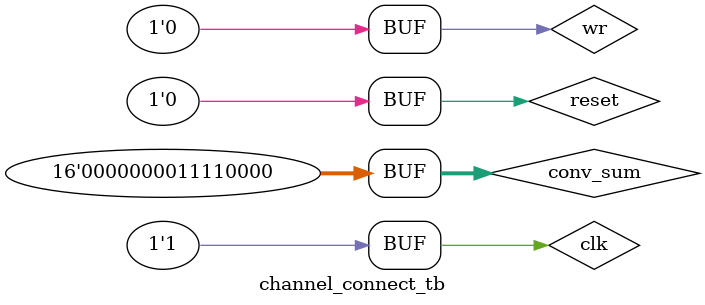
<source format=sv>
module channel_connect(
input logic [15:0] conv_sum, //data_in should be sync-ed in 50MHz.
input logic CLK_50M,
input logic wr,  
input logic reset,
input logic waitwrite,
output logic [15:0] outdata,
output logic writeready
);
logic rd=0;
logic [15:0] channel_output;
logic clk_slow, full, empty_input, full_input, full_output;
logic [7:0] lfsr;
logic [15:0] slow_conv_sum, intermediate;
enum {WRITE, HOLD} state;

ClockChanger #(1_000_000) slow_change (CLK_50M, clk_slow);
LFSR8bit lfsr_inst1(
  .clk(clk_slow),
  .lfsr_out(lfsr)
);

fifo fifo1
(
	.data(conv_sum),
	.rdclk(clk_slow),
	.rdreq(rd),
	.wrclk(CLK_50M),
	.wrreq(wr),
	.q(intermediate),
	.rdempty(empty_input),
	.wrfull(full_input)
);
assign channel_output = intermediate + {8'b0, lfsr};

fifo fifo2
(
	.data(channel_output),
	.rdclk(CLK_50M),
	.rdreq(waitwrite),
	.wrclk(clk_slow),
	.wrreq(rd),
	.q(outdata),
	.rdempty(empty),
	.wrfull(full_output)
);

assign writeready = ~empty;

always_ff @ (posedge clk_slow) begin
if (~wr) begin     //assert read
rd <= 1;
end
else begin
rd <= 0;
end
end


endmodule 



module channel_connect_tb();


logic [15:0] conv_sum;
logic clk, wr, reset, full, rd;
logic [15:0] channel_output;

channel_connect tb1(
conv_sum, //data_in should be sync-ed in 50MHz.
clk,
wr,  
reset,
channel_output,
full
);

always begin 
clk = 0;
#5;
clk = 1;
#5;
end

initial begin
reset = 1;
wr = 1;
#10;
reset = 0;
#10;
conv_sum = 16'd14232;
#10
conv_sum = 16'd120;
#10;
conv_sum = 16'd240;
#10;
conv_sum = 16'd14232;
#10
conv_sum = 16'd120;
#10;
conv_sum = 16'd240;
#10;
conv_sum = 16'd14232;
#10
conv_sum = 16'd120;
#10;
conv_sum = 16'd240;
#100;
wr = 0;
end

endmodule 
</source>
